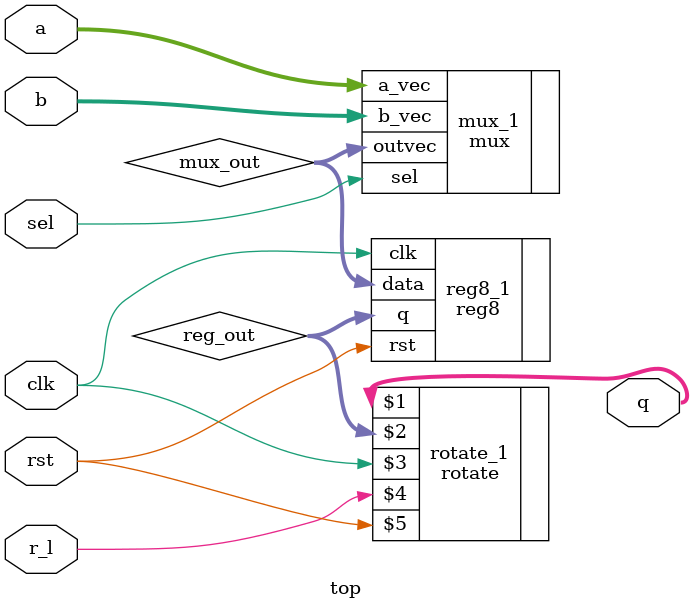
<source format=v>
module top(q, a, b, sel, r_l, clk, rst);
output [7:0] q;
input [7:0] a, b;
input sel, r_l, clk, rst;
wire [7:0] mux_out, reg_out;

mux mux_1 (.outvec(mux_out), .a_vec(a), .b_vec(b), .sel(sel));
// notice that port connections listed by name can be in any order
reg8 reg8_1 (.clk(clk), .data(mux_out), .q(reg_out), .rst(rst));
// can mix port connections "in order" (below)  with port connections "by name" (above)
rotate rotate_1 (q, reg_out, clk, r_l, rst);

endmodule

</source>
